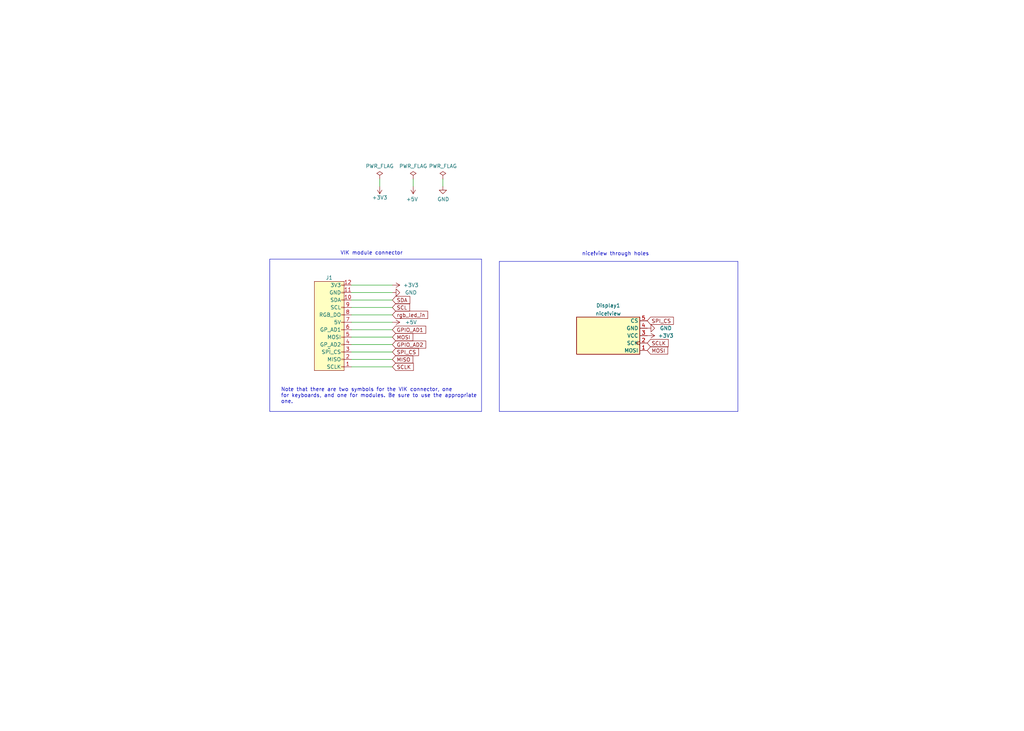
<source format=kicad_sch>
(kicad_sch (version 20230121) (generator eeschema)
  (paper "User" 350.012 250.012)
  (lib_symbols
    (symbol "nice_view:nice!view"
      (property "Reference" "Display" (at 0 12.7 0))
      (property "Value" "nice!view" (at 0 0 0))
      (symbol "nice!view_0_1"
        (rectangle (start -6.35 11.43) (end 6.35 -10.16) (stroke (width 0.254)) (fill (type background)))
      )
      (symbol "nice!view_1_1"
        (pin input line (at -5.08 -12.7 90) (length 2.54) (name "MOSI") (number "1"))
        (pin input clock (at -2.54 -12.7 90) (length 2.54) (name "SCK") (number "2"))
        (pin power_in line (at 0 -12.7 90) (length 2.54) (name "VCC") (number "3"))
        (pin power_out line (at 2.54 -12.7 90) (length 2.54) (name "GND") (number "4"))
        (pin passive line (at 5.08 -12.7 90) (length 2.54) (name "CS") (number "5"))
      )
    )
    (symbol "power:+3V3" (power) (pin_names (offset 0))
      (property "Value" "+3V3" (at 0 3.556 0))
      (symbol "+3V3_0_1"
        (polyline (pts (xy -0.762 1.27) (xy 0 2.54)))
        (polyline (pts (xy 0 0) (xy 0 2.54)))
        (polyline (pts (xy 0 2.54) (xy 0.762 1.27)))
      )
      (symbol "+3V3_1_1"
        (pin power_in line (at 0 0 90) (length 0) hide (name "+3V3") (number "1"))
      )
    )
    (symbol "power:+5V" (power) (pin_names (offset 0))
      (property "Value" "+5V" (at 0 3.556 0))
      (symbol "+5V_0_1"
        (polyline (pts (xy -0.762 1.27) (xy 0 2.54)))
        (polyline (pts (xy 0 0) (xy 0 2.54)))
        (polyline (pts (xy 0 2.54) (xy 0.762 1.27)))
      )
      (symbol "+5V_1_1"
        (pin power_in line (at 0 0 90) (length 0) hide (name "+5V") (number "1"))
      )
    )
    (symbol "power:GND" (power) (pin_names (offset 0))
      (property "Value" "GND" (at 0 -3.81 0))
      (symbol "GND_0_1"
        (polyline (pts (xy 0 0) (xy 0 -1.27) (xy 1.27 -1.27) (xy 0 -2.54) (xy -1.27 -1.27) (xy 0 -1.27)))
      )
      (symbol "GND_1_1"
        (pin power_in line (at 0 0 270) (length 0) hide (name "GND") (number "1"))
      )
    )
    (symbol "power:PWR_FLAG" (power) (pin_numbers hide) (pin_names (offset 0) hide)
      (property "Value" "PWR_FLAG" (at 0 3.81 0))
      (symbol "PWR_FLAG_0_0"
        (pin power_out line (at 0 0 90) (length 0) (name "pwr") (number "1"))
      )
      (symbol "PWR_FLAG_0_1"
        (polyline (pts (xy 0 0) (xy 0 1.27) (xy -1.016 1.905) (xy 0 2.54) (xy 1.016 1.905) (xy 0 1.27)))
      )
    )
    (symbol "vik:vik-module-connector" (pin_names (offset 1))
      (property "Reference" "J" (at 0 15.875 0))
      (symbol "vik-module-connector_1_1"
        (rectangle (start -5.08 13.97) (end 5.08 -16.51) (fill (type background)))
        (rectangle (start -5.0546 -15.113) (end -4.191 -15.367) (stroke (width 0.1)))
        (rectangle (start -5.0546 -12.573) (end -4.191 -12.827) (stroke (width 0.1)))
        (rectangle (start -5.0546 -10.033) (end -4.191 -10.287) (stroke (width 0.1)))
        (rectangle (start -5.0546 -7.493) (end -4.191 -7.747) (stroke (width 0.1)))
        (rectangle (start -5.0546 -4.953) (end -4.191 -5.207) (stroke (width 0.1)))
        (rectangle (start -5.0546 -2.413) (end -4.191 -2.667) (stroke (width 0.1)))
        (rectangle (start -5.0546 0.127) (end -4.191 -0.127) (stroke (width 0.1)))
        (rectangle (start -5.0546 2.667) (end -4.191 2.413) (stroke (width 0.1)))
        (rectangle (start -5.0546 5.207) (end -4.191 4.953) (stroke (width 0.1)))
        (rectangle (start -5.0546 7.747) (end -4.191 7.493) (stroke (width 0.1)))
        (rectangle (start -5.0546 10.287) (end -4.191 10.033) (stroke (width 0.1)))
        (rectangle (start -5.0546 12.827) (end -4.191 12.573) (stroke (width 0.1)))
        (pin output line (at -7.62 12.7 0) (length 2.54) (name "SCLK") (number "1"))
        (pin bidirectional line (at -7.62 -10.16 0) (length 2.54) (name "SDA") (number "10"))
        (pin power_out line (at -7.62 -12.7 0) (length 2.54) (name "GND") (number "11"))
        (pin power_out line (at -7.62 -15.24 0) (length 2.54) (name "3V3") (number "12"))
        (pin tri_state line (at -7.62 10.16 0) (length 2.54) (name "MISO") (number "2"))
        (pin output line (at -7.62 7.62 0) (length 2.54) (name "SPI_CS") (number "3"))
        (pin bidirectional line (at -7.62 5.08 0) (length 2.54) (name "GP_AD2") (number "4"))
        (pin output line (at -7.62 2.54 0) (length 2.54) (name "MOSI") (number "5"))
        (pin bidirectional line (at -7.62 0 0) (length 2.54) (name "GP_AD1") (number "6"))
        (pin power_out line (at -7.62 -2.54 0) (length 2.54) (name "5V") (number "7"))
        (pin output line (at -7.62 -5.08 0) (length 2.54) (name "RGB_DO") (number "8"))
        (pin bidirectional line (at -7.62 -7.62 0) (length 2.54) (name "SCL") (number "9"))
      )
    )
  )
  (wire (pts (xy 120.142 120.396) (xy 134.112 120.396)))
  (wire (pts (xy 120.142 125.476) (xy 134.112 125.476)))
  (polyline (pts (xy 92.202 88.646) (xy 92.202 140.716)))
  (polyline (pts (xy 170.688 89.408) (xy 170.688 140.716)))
  (polyline (pts (xy 164.592 140.716) (xy 92.202 140.716)))
  (wire (pts (xy 120.142 117.856) (xy 134.112 117.856)))
  (wire (pts (xy 129.794 61.214) (xy 129.794 63.754)))
  (wire (pts (xy 120.142 107.696) (xy 134.112 107.696)))
  (wire (pts (xy 141.224 61.214) (xy 141.224 63.754)))
  (wire (pts (xy 120.142 102.616) (xy 134.112 102.616)))
  (polyline (pts (xy 252.222 140.716) (xy 252.222 89.408)))
  (wire (pts (xy 120.142 97.536) (xy 134.112 97.536)))
  (wire (pts (xy 120.142 122.936) (xy 134.112 122.936)))
  (polyline (pts (xy 164.592 88.646) (xy 164.592 140.716)))
  (wire (pts (xy 120.142 100.076) (xy 134.112 100.076)))
  (polyline (pts (xy 170.688 140.716) (xy 252.222 140.716)))
  (polyline (pts (xy 92.202 88.646) (xy 164.592 88.646)))
  (wire (pts (xy 120.142 112.776) (xy 134.112 112.776)))
  (wire (pts (xy 151.384 61.214) (xy 151.384 63.754)))
  (wire (pts (xy 120.142 115.316) (xy 134.112 115.316)))
  (wire (pts (xy 120.142 110.236) (xy 134.112 110.236)))
  (polyline (pts (xy 170.688 89.408) (xy 252.222 89.408)))
  (wire (pts (xy 120.142 105.156) (xy 134.112 105.156)))
  (text "Note that there are two symbols for the VIK connector, one\nfor keyboards, and one for modules. Be sure to use the appropriate\none." (at 96.012 138.176 0) (effects (font (size 1.27 1.27)) (justify left bottom)))
  (text "nice!view through holes" (at 198.882 87.63 0) (effects (font (size 1.27 1.27)) (justify left bottom)))
  (text "VIK module connector" (at 116.332 87.376 0) (effects (font (size 1.27 1.27)) (justify left bottom)))
  (global_label "SDA" (shape input) (at 134.112 102.616 0) (property "Intersheetrefs" "${INTERSHEET_REFS}" (effects hide)))
  (global_label "GPIO_AD2" (shape input) (at 134.112 117.856 0) (property "Intersheetrefs" "${INTERSHEET_REFS}" (effects hide)))
  (global_label "SPI_CS" (shape input) (at 221.234 109.728 0) (property "Intersheetrefs" "${INTERSHEET_REFS}" (effects hide)))
  (global_label "GPIO_AD1" (shape input) (at 134.112 112.776 0) (property "Intersheetrefs" "${INTERSHEET_REFS}" (effects hide)))
  (global_label "SCL" (shape input) (at 134.112 105.156 0) (property "Intersheetrefs" "${INTERSHEET_REFS}" (effects hide)))
  (global_label "MOSI" (shape input) (at 134.112 115.316 0) (property "Intersheetrefs" "${INTERSHEET_REFS}" (effects hide)))
  (global_label "SCLK" (shape input) (at 134.112 125.476 0) (property "Intersheetrefs" "${INTERSHEET_REFS}" (effects hide)))
  (global_label "rgb_led_in" (shape input) (at 134.112 107.696 0) (property "Intersheetrefs" "${INTERSHEET_REFS}" (effects hide)))
  (global_label "MOSI" (shape input) (at 221.234 119.888 0) (property "Intersheetrefs" "${INTERSHEET_REFS}" (effects hide)))
  (global_label "SPI_CS" (shape input) (at 134.112 120.396 0) (property "Intersheetrefs" "${INTERSHEET_REFS}" (effects hide)))
  (global_label "SCLK" (shape input) (at 221.234 117.348 0) (property "Intersheetrefs" "${INTERSHEET_REFS}" (effects hide)))
  (global_label "MISO" (shape input) (at 134.112 122.936 0) (property "Intersheetrefs" "${INTERSHEET_REFS}" (effects hide)))
  (symbol (lib_id "power:PWR_FLAG") (at 129.794 61.214 0) (unit 1)
    (property "Reference" "#FLG04" (effects hide))
    (property "Value" "PWR_FLAG" (at 129.794 56.8198 0))
  )
  (symbol (lib_id "power:PWR_FLAG") (at 141.224 61.214 0) (unit 1)
    (property "Reference" "#FLG05" (effects hide))
    (property "Value" "PWR_FLAG" (at 141.224 56.8198 0))
  )
  (symbol (lib_id "power:+5V") (at 134.112 110.236 270) (unit 1)
    (property "Reference" "#PWR09" (effects hide))
    (property "Value" "+5V" (at 140.462 110.236 90))
  )
  (symbol (lib_id "power:+3V3") (at 134.112 97.536 270) (unit 1)
    (property "Reference" "#PWR07" (effects hide))
    (property "Value" "+3V3" (at 140.462 97.536 90))
  )
  (symbol (lib_id "power:GND") (at 134.112 100.076 90) (mirror x) (unit 1)
    (property "Reference" "#PWR08" (effects hide))
    (property "Value" "GND" (at 140.462 100.076 90))
  )
  (symbol (lib_id "power:GND") (at 151.384 63.754 0) (unit 1)
    (property "Reference" "#PWR011" (effects hide))
    (property "Value" "GND" (at 151.511 68.1482 0))
  )
  (symbol (lib_id "nice_view:nice!view") (at 208.534 114.808 90) (unit 1)
    (property "Reference" "Display1" (at 207.899 104.4915 90))
    (property "Value" "nice!view" (at 207.899 107.2666 90))
    (property "Footprint" "fingerpunch:nice_view" (effects hide))
    (property "Datasheet" "https://nicekeyboards.com/docs/nice-view/pinout-schematic" (effects hide))
  )
  (symbol (lib_id "power:+3V3") (at 221.234 114.808 270) (unit 1)
    (property "Reference" "#PWR013" (effects hide))
    (property "Value" "+3V3" (at 227.584 114.808 90))
  )
  (symbol (lib_id "power:+3V3") (at 129.794 63.754 180) (unit 1)
    (property "Reference" "#PWR06" (effects hide))
    (property "Value" "+3V3" (at 129.794 67.564 0))
  )
  (symbol (lib_id "power:PWR_FLAG") (at 151.384 61.214 0) (unit 1)
    (property "Reference" "#FLG06" (effects hide))
    (property "Value" "PWR_FLAG" (at 151.384 56.8198 0))
  )
  (symbol (lib_id "power:GND") (at 221.234 112.268 90) (mirror x) (unit 1)
    (property "Reference" "#PWR012" (effects hide))
    (property "Value" "GND" (at 227.584 112.268 90))
  )
  (symbol (lib_id "vik:vik-module-connector") (at 112.522 112.776 180) (unit 1)
    (property "Reference" "J1" (at 112.522 94.996 0))
    (property "Value" "~" (at 112.522 119.126 0))
    (property "Footprint" "vik:vik-module-connector-vertical" (effects hide))
    (property "Datasheet" "https://datasheet.lcsc.com/lcsc/2212161930_JUSHUO-AFC11-S12ICA-00_C262499.pdf" (effects hide))
    (property "LCSC" "C262499" (effects hide))
  )
  (symbol (lib_id "power:+5V") (at 141.224 63.754 180) (unit 1)
    (property "Reference" "#PWR010" (effects hide))
    (property "Value" "+5V" (at 140.843 68.1482 0))
  )
)
</source>
